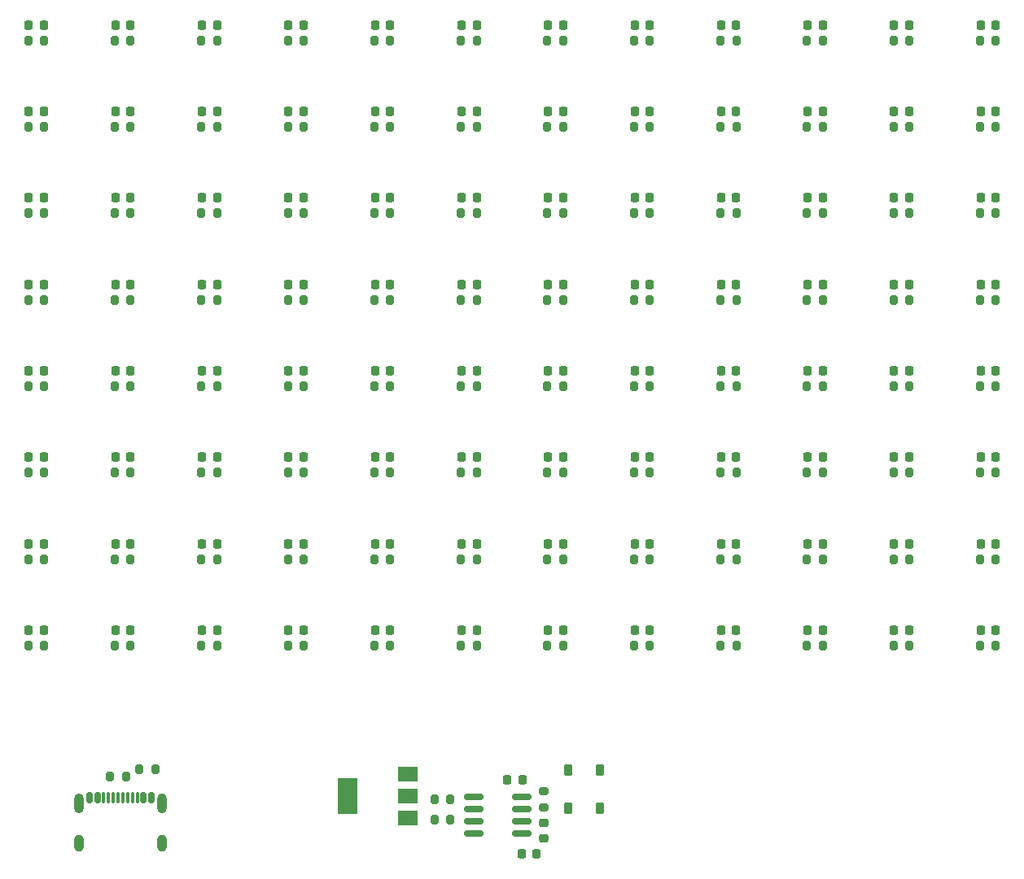
<source format=gbr>
%TF.GenerationSoftware,KiCad,Pcbnew,7.0.10*%
%TF.CreationDate,2024-06-08T13:21:25-05:00*%
%TF.ProjectId,viewer_rev2,76696577-6572-45f7-9265-76322e6b6963,rev?*%
%TF.SameCoordinates,PX62b48e0PY1ba8140*%
%TF.FileFunction,Paste,Top*%
%TF.FilePolarity,Positive*%
%FSLAX46Y46*%
G04 Gerber Fmt 4.6, Leading zero omitted, Abs format (unit mm)*
G04 Created by KiCad (PCBNEW 7.0.10) date 2024-06-08 13:21:25*
%MOMM*%
%LPD*%
G01*
G04 APERTURE LIST*
G04 Aperture macros list*
%AMRoundRect*
0 Rectangle with rounded corners*
0 $1 Rounding radius*
0 $2 $3 $4 $5 $6 $7 $8 $9 X,Y pos of 4 corners*
0 Add a 4 corners polygon primitive as box body*
4,1,4,$2,$3,$4,$5,$6,$7,$8,$9,$2,$3,0*
0 Add four circle primitives for the rounded corners*
1,1,$1+$1,$2,$3*
1,1,$1+$1,$4,$5*
1,1,$1+$1,$6,$7*
1,1,$1+$1,$8,$9*
0 Add four rect primitives between the rounded corners*
20,1,$1+$1,$2,$3,$4,$5,0*
20,1,$1+$1,$4,$5,$6,$7,0*
20,1,$1+$1,$6,$7,$8,$9,0*
20,1,$1+$1,$8,$9,$2,$3,0*%
G04 Aperture macros list end*
%ADD10RoundRect,0.200000X-0.200000X-0.275000X0.200000X-0.275000X0.200000X0.275000X-0.200000X0.275000X0*%
%ADD11RoundRect,0.218750X-0.218750X-0.256250X0.218750X-0.256250X0.218750X0.256250X-0.218750X0.256250X0*%
%ADD12RoundRect,0.200000X-0.275000X0.200000X-0.275000X-0.200000X0.275000X-0.200000X0.275000X0.200000X0*%
%ADD13RoundRect,0.225000X-0.225000X-0.250000X0.225000X-0.250000X0.225000X0.250000X-0.225000X0.250000X0*%
%ADD14RoundRect,0.225000X0.225000X0.250000X-0.225000X0.250000X-0.225000X-0.250000X0.225000X-0.250000X0*%
%ADD15RoundRect,0.225000X-0.225000X-0.375000X0.225000X-0.375000X0.225000X0.375000X-0.225000X0.375000X0*%
%ADD16R,2.000000X1.500000*%
%ADD17R,2.000000X3.800000*%
%ADD18RoundRect,0.200000X0.200000X0.275000X-0.200000X0.275000X-0.200000X-0.275000X0.200000X-0.275000X0*%
%ADD19RoundRect,0.225000X0.225000X0.375000X-0.225000X0.375000X-0.225000X-0.375000X0.225000X-0.375000X0*%
%ADD20RoundRect,0.150000X-0.150000X-0.425000X0.150000X-0.425000X0.150000X0.425000X-0.150000X0.425000X0*%
%ADD21RoundRect,0.075000X-0.075000X-0.500000X0.075000X-0.500000X0.075000X0.500000X-0.075000X0.500000X0*%
%ADD22O,1.000000X2.100000*%
%ADD23O,1.000000X1.800000*%
%ADD24RoundRect,0.150000X-0.825000X-0.150000X0.825000X-0.150000X0.825000X0.150000X-0.825000X0.150000X0*%
%ADD25RoundRect,0.225000X-0.250000X0.225000X-0.250000X-0.225000X0.250000X-0.225000X0.250000X0.225000X0*%
G04 APERTURE END LIST*
D10*
%TO.C,R18*%
X13650000Y-30840000D03*
X15300000Y-30840000D03*
%TD*%
D11*
%TO.C,D43*%
X49712500Y-47240000D03*
X51287500Y-47240000D03*
%TD*%
D12*
%TO.C,R3*%
X67250000Y-100040000D03*
X67250000Y-101690000D03*
%TD*%
D11*
%TO.C,D77*%
X31712500Y-74240000D03*
X33287500Y-74240000D03*
%TD*%
%TO.C,D76*%
X22712500Y-74240000D03*
X24287500Y-74240000D03*
%TD*%
D10*
%TO.C,R26*%
X85650000Y-30840000D03*
X87300000Y-30840000D03*
%TD*%
%TO.C,R59*%
X58650000Y-57840000D03*
X60300000Y-57840000D03*
%TD*%
%TO.C,R6*%
X13650000Y-21840000D03*
X15300000Y-21840000D03*
%TD*%
D11*
%TO.C,D61*%
X103712500Y-56240000D03*
X105287500Y-56240000D03*
%TD*%
D10*
%TO.C,R90*%
X13650000Y-84840000D03*
X15300000Y-84840000D03*
%TD*%
%TO.C,R70*%
X49650000Y-66840000D03*
X51300000Y-66840000D03*
%TD*%
D11*
%TO.C,D23*%
X85712500Y-29240000D03*
X87287500Y-29240000D03*
%TD*%
D10*
%TO.C,R63*%
X94650000Y-57840000D03*
X96300000Y-57840000D03*
%TD*%
D13*
%TO.C,C2*%
X64975000Y-106500000D03*
X66525000Y-106500000D03*
%TD*%
D10*
%TO.C,R5*%
X55925000Y-100900000D03*
X57575000Y-100900000D03*
%TD*%
%TO.C,R11*%
X58650000Y-21840000D03*
X60300000Y-21840000D03*
%TD*%
D11*
%TO.C,D70*%
X76712500Y-65240000D03*
X78287500Y-65240000D03*
%TD*%
D10*
%TO.C,R79*%
X22650000Y-75840000D03*
X24300000Y-75840000D03*
%TD*%
%TO.C,R80*%
X31650000Y-75840000D03*
X33300000Y-75840000D03*
%TD*%
%TO.C,R33*%
X40650000Y-39840000D03*
X42300000Y-39840000D03*
%TD*%
D11*
%TO.C,D17*%
X31712500Y-29240000D03*
X33287500Y-29240000D03*
%TD*%
%TO.C,D81*%
X67712500Y-74240000D03*
X69287500Y-74240000D03*
%TD*%
%TO.C,D6*%
X40712500Y-20240000D03*
X42287500Y-20240000D03*
%TD*%
D14*
%TO.C,C1*%
X65050000Y-98865000D03*
X63500000Y-98865000D03*
%TD*%
D15*
%TO.C,D2*%
X69850000Y-101750000D03*
X73150000Y-101750000D03*
%TD*%
D11*
%TO.C,D68*%
X58712500Y-65240000D03*
X60287500Y-65240000D03*
%TD*%
D10*
%TO.C,R19*%
X22650000Y-30840000D03*
X24300000Y-30840000D03*
%TD*%
D11*
%TO.C,D53*%
X31712500Y-56240000D03*
X33287500Y-56240000D03*
%TD*%
D10*
%TO.C,R34*%
X49650000Y-39840000D03*
X51300000Y-39840000D03*
%TD*%
%TO.C,R42*%
X13650000Y-48840000D03*
X15300000Y-48840000D03*
%TD*%
%TO.C,R1*%
X22175000Y-98500000D03*
X23825000Y-98500000D03*
%TD*%
D16*
%TO.C,Q1*%
X53150000Y-102800000D03*
X53150000Y-100500000D03*
D17*
X46850000Y-100500000D03*
D16*
X53150000Y-98200000D03*
%TD*%
D10*
%TO.C,R44*%
X31650000Y-48840000D03*
X33300000Y-48840000D03*
%TD*%
D11*
%TO.C,D27*%
X13712500Y-38240000D03*
X15287500Y-38240000D03*
%TD*%
D10*
%TO.C,R52*%
X103650000Y-48840000D03*
X105300000Y-48840000D03*
%TD*%
%TO.C,R32*%
X31650000Y-39840000D03*
X33300000Y-39840000D03*
%TD*%
%TO.C,R50*%
X85650000Y-48840000D03*
X87300000Y-48840000D03*
%TD*%
D11*
%TO.C,D64*%
X22712500Y-65240000D03*
X24287500Y-65240000D03*
%TD*%
%TO.C,D78*%
X40712500Y-74240000D03*
X42287500Y-74240000D03*
%TD*%
%TO.C,D34*%
X76712500Y-38240000D03*
X78287500Y-38240000D03*
%TD*%
D10*
%TO.C,R47*%
X58650000Y-48840000D03*
X60300000Y-48840000D03*
%TD*%
D11*
%TO.C,D9*%
X67712500Y-20240000D03*
X69287500Y-20240000D03*
%TD*%
D10*
%TO.C,R30*%
X13650000Y-39840000D03*
X15300000Y-39840000D03*
%TD*%
D11*
%TO.C,D75*%
X13712500Y-74240000D03*
X15287500Y-74240000D03*
%TD*%
%TO.C,D69*%
X67712500Y-65240000D03*
X69287500Y-65240000D03*
%TD*%
D10*
%TO.C,R40*%
X103650000Y-39840000D03*
X105300000Y-39840000D03*
%TD*%
%TO.C,R94*%
X49650000Y-84840000D03*
X51300000Y-84840000D03*
%TD*%
%TO.C,R97*%
X76650000Y-84840000D03*
X78300000Y-84840000D03*
%TD*%
%TO.C,R38*%
X85650000Y-39840000D03*
X87300000Y-39840000D03*
%TD*%
D11*
%TO.C,D67*%
X49712500Y-65240000D03*
X51287500Y-65240000D03*
%TD*%
D10*
%TO.C,R16*%
X103650000Y-21840000D03*
X105300000Y-21840000D03*
%TD*%
%TO.C,R89*%
X112650000Y-75840000D03*
X114300000Y-75840000D03*
%TD*%
D11*
%TO.C,D31*%
X49712500Y-38240000D03*
X51287500Y-38240000D03*
%TD*%
%TO.C,D28*%
X22712500Y-38240000D03*
X24287500Y-38240000D03*
%TD*%
D10*
%TO.C,R61*%
X76650000Y-57840000D03*
X78300000Y-57840000D03*
%TD*%
%TO.C,R66*%
X13650000Y-66840000D03*
X15300000Y-66840000D03*
%TD*%
D11*
%TO.C,D82*%
X76712500Y-74240000D03*
X78287500Y-74240000D03*
%TD*%
%TO.C,D54*%
X40712500Y-56240000D03*
X42287500Y-56240000D03*
%TD*%
%TO.C,D44*%
X58712500Y-47240000D03*
X60287500Y-47240000D03*
%TD*%
%TO.C,D66*%
X40712500Y-65240000D03*
X42287500Y-65240000D03*
%TD*%
D18*
%TO.C,R4*%
X57575000Y-103000000D03*
X55925000Y-103000000D03*
%TD*%
D10*
%TO.C,R81*%
X40650000Y-75840000D03*
X42300000Y-75840000D03*
%TD*%
%TO.C,R14*%
X85650000Y-21840000D03*
X87300000Y-21840000D03*
%TD*%
D11*
%TO.C,D4*%
X22712500Y-20240000D03*
X24287500Y-20240000D03*
%TD*%
D10*
%TO.C,R93*%
X40650000Y-84840000D03*
X42300000Y-84840000D03*
%TD*%
%TO.C,R78*%
X13650000Y-75840000D03*
X15300000Y-75840000D03*
%TD*%
D11*
%TO.C,D98*%
X112712500Y-83240000D03*
X114287500Y-83240000D03*
%TD*%
%TO.C,D24*%
X94712500Y-29240000D03*
X96287500Y-29240000D03*
%TD*%
D19*
%TO.C,D1*%
X73150000Y-97800000D03*
X69850000Y-97800000D03*
%TD*%
D10*
%TO.C,R100*%
X103650000Y-84840000D03*
X105300000Y-84840000D03*
%TD*%
D11*
%TO.C,D85*%
X103712500Y-74240000D03*
X105287500Y-74240000D03*
%TD*%
%TO.C,D20*%
X58712500Y-29240000D03*
X60287500Y-29240000D03*
%TD*%
%TO.C,D22*%
X76712500Y-29240000D03*
X78287500Y-29240000D03*
%TD*%
D10*
%TO.C,R95*%
X58650000Y-84840000D03*
X60300000Y-84840000D03*
%TD*%
D11*
%TO.C,D47*%
X85712500Y-47240000D03*
X87287500Y-47240000D03*
%TD*%
D10*
%TO.C,R27*%
X94650000Y-30840000D03*
X96300000Y-30840000D03*
%TD*%
%TO.C,R67*%
X22650000Y-66840000D03*
X24300000Y-66840000D03*
%TD*%
D11*
%TO.C,D62*%
X112712500Y-56240000D03*
X114287500Y-56240000D03*
%TD*%
%TO.C,D79*%
X49712500Y-74240000D03*
X51287500Y-74240000D03*
%TD*%
D10*
%TO.C,R71*%
X58650000Y-66840000D03*
X60300000Y-66840000D03*
%TD*%
%TO.C,R60*%
X67650000Y-57840000D03*
X69300000Y-57840000D03*
%TD*%
%TO.C,R77*%
X112650000Y-66840000D03*
X114300000Y-66840000D03*
%TD*%
D11*
%TO.C,D49*%
X103712500Y-47240000D03*
X105287500Y-47240000D03*
%TD*%
%TO.C,D3*%
X13712500Y-20240000D03*
X15287500Y-20240000D03*
%TD*%
D10*
%TO.C,R29*%
X112650000Y-30840000D03*
X114300000Y-30840000D03*
%TD*%
D11*
%TO.C,D90*%
X40712500Y-83240000D03*
X42287500Y-83240000D03*
%TD*%
D10*
%TO.C,R58*%
X49650000Y-57840000D03*
X51300000Y-57840000D03*
%TD*%
D11*
%TO.C,D57*%
X67712500Y-56240000D03*
X69287500Y-56240000D03*
%TD*%
D10*
%TO.C,R12*%
X67650000Y-21840000D03*
X69300000Y-21840000D03*
%TD*%
%TO.C,R46*%
X49650000Y-48840000D03*
X51300000Y-48840000D03*
%TD*%
%TO.C,R2*%
X25225000Y-97700000D03*
X26875000Y-97700000D03*
%TD*%
%TO.C,R55*%
X22650000Y-57840000D03*
X24300000Y-57840000D03*
%TD*%
%TO.C,R65*%
X112650000Y-57840000D03*
X114300000Y-57840000D03*
%TD*%
D11*
%TO.C,D72*%
X94712500Y-65240000D03*
X96287500Y-65240000D03*
%TD*%
%TO.C,D58*%
X76712500Y-56240000D03*
X78287500Y-56240000D03*
%TD*%
%TO.C,D80*%
X58712500Y-74240000D03*
X60287500Y-74240000D03*
%TD*%
D10*
%TO.C,R72*%
X67650000Y-66840000D03*
X69300000Y-66840000D03*
%TD*%
D11*
%TO.C,D26*%
X112712500Y-29240000D03*
X114287500Y-29240000D03*
%TD*%
D10*
%TO.C,R53*%
X112650000Y-48840000D03*
X114300000Y-48840000D03*
%TD*%
D11*
%TO.C,D89*%
X31712500Y-83240000D03*
X33287500Y-83240000D03*
%TD*%
D10*
%TO.C,R51*%
X94650000Y-48840000D03*
X96300000Y-48840000D03*
%TD*%
D11*
%TO.C,D52*%
X22712500Y-56240000D03*
X24287500Y-56240000D03*
%TD*%
D10*
%TO.C,R85*%
X76650000Y-75840000D03*
X78300000Y-75840000D03*
%TD*%
%TO.C,R43*%
X22650000Y-48840000D03*
X24300000Y-48840000D03*
%TD*%
%TO.C,R62*%
X85650000Y-57840000D03*
X87300000Y-57840000D03*
%TD*%
D11*
%TO.C,D30*%
X40712500Y-38240000D03*
X42287500Y-38240000D03*
%TD*%
D10*
%TO.C,R48*%
X67650000Y-48840000D03*
X69300000Y-48840000D03*
%TD*%
%TO.C,R84*%
X67650000Y-75840000D03*
X69300000Y-75840000D03*
%TD*%
%TO.C,R9*%
X40650000Y-21840000D03*
X42300000Y-21840000D03*
%TD*%
D11*
%TO.C,D73*%
X103712500Y-65240000D03*
X105287500Y-65240000D03*
%TD*%
D10*
%TO.C,R8*%
X31650000Y-21840000D03*
X33300000Y-21840000D03*
%TD*%
D11*
%TO.C,D32*%
X58712500Y-38240000D03*
X60287500Y-38240000D03*
%TD*%
D10*
%TO.C,R64*%
X103650000Y-57840000D03*
X105300000Y-57840000D03*
%TD*%
D11*
%TO.C,D95*%
X85712500Y-83240000D03*
X87287500Y-83240000D03*
%TD*%
%TO.C,D19*%
X49712500Y-29240000D03*
X51287500Y-29240000D03*
%TD*%
%TO.C,D55*%
X49712500Y-56240000D03*
X51287500Y-56240000D03*
%TD*%
%TO.C,D8*%
X58712500Y-20240000D03*
X60287500Y-20240000D03*
%TD*%
D10*
%TO.C,R13*%
X76650000Y-21840000D03*
X78300000Y-21840000D03*
%TD*%
D11*
%TO.C,D83*%
X85712500Y-74240000D03*
X87287500Y-74240000D03*
%TD*%
D10*
%TO.C,R74*%
X85650000Y-66840000D03*
X87300000Y-66840000D03*
%TD*%
%TO.C,R35*%
X58650000Y-39840000D03*
X60300000Y-39840000D03*
%TD*%
D11*
%TO.C,D11*%
X85712500Y-20240000D03*
X87287500Y-20240000D03*
%TD*%
D10*
%TO.C,R99*%
X94650000Y-84840000D03*
X96300000Y-84840000D03*
%TD*%
D11*
%TO.C,D15*%
X13712500Y-29240000D03*
X15287500Y-29240000D03*
%TD*%
%TO.C,D29*%
X31712500Y-38240000D03*
X33287500Y-38240000D03*
%TD*%
%TO.C,D74*%
X112712500Y-65240000D03*
X114287500Y-65240000D03*
%TD*%
%TO.C,D51*%
X13712500Y-56240000D03*
X15287500Y-56240000D03*
%TD*%
%TO.C,D38*%
X112712500Y-38240000D03*
X114287500Y-38240000D03*
%TD*%
D20*
%TO.C,J2*%
X20050000Y-100670000D03*
X20850000Y-100670000D03*
D21*
X22000000Y-100670000D03*
X23000000Y-100670000D03*
X23500000Y-100670000D03*
X24500000Y-100670000D03*
D20*
X25650000Y-100670000D03*
X26450000Y-100670000D03*
X26450000Y-100670000D03*
X25650000Y-100670000D03*
D21*
X25000000Y-100670000D03*
X24000000Y-100670000D03*
X22500000Y-100670000D03*
X21500000Y-100670000D03*
D20*
X20850000Y-100670000D03*
X20050000Y-100670000D03*
D22*
X18930000Y-101245000D03*
D23*
X18930000Y-105425000D03*
D22*
X27570000Y-101245000D03*
D23*
X27570000Y-105425000D03*
%TD*%
D10*
%TO.C,R22*%
X49650000Y-30840000D03*
X51300000Y-30840000D03*
%TD*%
%TO.C,R69*%
X40650000Y-66840000D03*
X42300000Y-66840000D03*
%TD*%
D11*
%TO.C,D45*%
X67712500Y-47240000D03*
X69287500Y-47240000D03*
%TD*%
%TO.C,D35*%
X85712500Y-38240000D03*
X87287500Y-38240000D03*
%TD*%
%TO.C,D12*%
X94712500Y-20240000D03*
X96287500Y-20240000D03*
%TD*%
D10*
%TO.C,R10*%
X49650000Y-21840000D03*
X51300000Y-21840000D03*
%TD*%
D11*
%TO.C,D40*%
X22712500Y-47240000D03*
X24287500Y-47240000D03*
%TD*%
D10*
%TO.C,R21*%
X40650000Y-30840000D03*
X42300000Y-30840000D03*
%TD*%
D11*
%TO.C,D10*%
X76712500Y-20240000D03*
X78287500Y-20240000D03*
%TD*%
D10*
%TO.C,R101*%
X112650000Y-84840000D03*
X114300000Y-84840000D03*
%TD*%
D11*
%TO.C,D13*%
X103712500Y-20240000D03*
X105287500Y-20240000D03*
%TD*%
D10*
%TO.C,R36*%
X67650000Y-39840000D03*
X69300000Y-39840000D03*
%TD*%
%TO.C,R75*%
X94650000Y-66840000D03*
X96300000Y-66840000D03*
%TD*%
D11*
%TO.C,D7*%
X49712500Y-20240000D03*
X51287500Y-20240000D03*
%TD*%
%TO.C,D92*%
X58712500Y-83240000D03*
X60287500Y-83240000D03*
%TD*%
D10*
%TO.C,R37*%
X76650000Y-39840000D03*
X78300000Y-39840000D03*
%TD*%
D11*
%TO.C,D91*%
X49712500Y-83240000D03*
X51287500Y-83240000D03*
%TD*%
D10*
%TO.C,R31*%
X22650000Y-39840000D03*
X24300000Y-39840000D03*
%TD*%
%TO.C,R57*%
X40650000Y-57840000D03*
X42300000Y-57840000D03*
%TD*%
D11*
%TO.C,D86*%
X112712500Y-74240000D03*
X114287500Y-74240000D03*
%TD*%
%TO.C,D48*%
X94712500Y-47240000D03*
X96287500Y-47240000D03*
%TD*%
D10*
%TO.C,R45*%
X40650000Y-48840000D03*
X42300000Y-48840000D03*
%TD*%
D11*
%TO.C,D94*%
X76712500Y-83240000D03*
X78287500Y-83240000D03*
%TD*%
%TO.C,D21*%
X67712500Y-29240000D03*
X69287500Y-29240000D03*
%TD*%
D24*
%TO.C,U1*%
X60025000Y-100595000D03*
X60025000Y-101865000D03*
X60025000Y-103135000D03*
X60025000Y-104405000D03*
X64975000Y-104405000D03*
X64975000Y-103135000D03*
X64975000Y-101865000D03*
X64975000Y-100595000D03*
%TD*%
D11*
%TO.C,D41*%
X31712500Y-47240000D03*
X33287500Y-47240000D03*
%TD*%
%TO.C,D33*%
X67712500Y-38240000D03*
X69287500Y-38240000D03*
%TD*%
D10*
%TO.C,R17*%
X112650000Y-21840000D03*
X114300000Y-21840000D03*
%TD*%
%TO.C,R88*%
X103650000Y-75840000D03*
X105300000Y-75840000D03*
%TD*%
D11*
%TO.C,D46*%
X76712500Y-47240000D03*
X78287500Y-47240000D03*
%TD*%
D10*
%TO.C,R92*%
X31650000Y-84840000D03*
X33300000Y-84840000D03*
%TD*%
D25*
%TO.C,C3*%
X67250000Y-103340000D03*
X67250000Y-104890000D03*
%TD*%
D11*
%TO.C,D56*%
X58712500Y-56240000D03*
X60287500Y-56240000D03*
%TD*%
D10*
%TO.C,R41*%
X112650000Y-39840000D03*
X114300000Y-39840000D03*
%TD*%
%TO.C,R96*%
X67650000Y-84840000D03*
X69300000Y-84840000D03*
%TD*%
%TO.C,R83*%
X58650000Y-75840000D03*
X60300000Y-75840000D03*
%TD*%
D11*
%TO.C,D60*%
X94712500Y-56240000D03*
X96287500Y-56240000D03*
%TD*%
%TO.C,D36*%
X94712500Y-38240000D03*
X96287500Y-38240000D03*
%TD*%
D10*
%TO.C,R39*%
X94650000Y-39840000D03*
X96300000Y-39840000D03*
%TD*%
D11*
%TO.C,D59*%
X85712500Y-56240000D03*
X87287500Y-56240000D03*
%TD*%
D10*
%TO.C,R73*%
X76650000Y-66840000D03*
X78300000Y-66840000D03*
%TD*%
%TO.C,R25*%
X76650000Y-30840000D03*
X78300000Y-30840000D03*
%TD*%
D11*
%TO.C,D5*%
X31712500Y-20240000D03*
X33287500Y-20240000D03*
%TD*%
%TO.C,D37*%
X103712500Y-38240000D03*
X105287500Y-38240000D03*
%TD*%
D10*
%TO.C,R76*%
X103650000Y-66840000D03*
X105300000Y-66840000D03*
%TD*%
%TO.C,R91*%
X22650000Y-84840000D03*
X24300000Y-84840000D03*
%TD*%
D11*
%TO.C,D42*%
X40712500Y-47240000D03*
X42287500Y-47240000D03*
%TD*%
%TO.C,D63*%
X13712500Y-65240000D03*
X15287500Y-65240000D03*
%TD*%
%TO.C,D65*%
X31712500Y-65240000D03*
X33287500Y-65240000D03*
%TD*%
%TO.C,D25*%
X103712500Y-29240000D03*
X105287500Y-29240000D03*
%TD*%
D10*
%TO.C,R82*%
X49650000Y-75840000D03*
X51300000Y-75840000D03*
%TD*%
%TO.C,R54*%
X13650000Y-57840000D03*
X15300000Y-57840000D03*
%TD*%
D11*
%TO.C,D97*%
X103712500Y-83240000D03*
X105287500Y-83240000D03*
%TD*%
D10*
%TO.C,R56*%
X31650000Y-57840000D03*
X33300000Y-57840000D03*
%TD*%
D11*
%TO.C,D16*%
X22712500Y-29240000D03*
X24287500Y-29240000D03*
%TD*%
%TO.C,D50*%
X112712500Y-47240000D03*
X114287500Y-47240000D03*
%TD*%
D10*
%TO.C,R15*%
X94650000Y-21840000D03*
X96300000Y-21840000D03*
%TD*%
D11*
%TO.C,D88*%
X22712500Y-83240000D03*
X24287500Y-83240000D03*
%TD*%
D10*
%TO.C,R23*%
X58650000Y-30840000D03*
X60300000Y-30840000D03*
%TD*%
%TO.C,R87*%
X94650000Y-75840000D03*
X96300000Y-75840000D03*
%TD*%
%TO.C,R24*%
X67650000Y-30840000D03*
X69300000Y-30840000D03*
%TD*%
%TO.C,R49*%
X76650000Y-48840000D03*
X78300000Y-48840000D03*
%TD*%
D11*
%TO.C,D87*%
X13712500Y-83240000D03*
X15287500Y-83240000D03*
%TD*%
D10*
%TO.C,R7*%
X22650000Y-21840000D03*
X24300000Y-21840000D03*
%TD*%
%TO.C,R98*%
X85650000Y-84840000D03*
X87300000Y-84840000D03*
%TD*%
D11*
%TO.C,D39*%
X13712500Y-47240000D03*
X15287500Y-47240000D03*
%TD*%
D10*
%TO.C,R68*%
X31650000Y-66840000D03*
X33300000Y-66840000D03*
%TD*%
D11*
%TO.C,D93*%
X67712500Y-83240000D03*
X69287500Y-83240000D03*
%TD*%
%TO.C,D71*%
X85712500Y-65240000D03*
X87287500Y-65240000D03*
%TD*%
%TO.C,D84*%
X94712500Y-74240000D03*
X96287500Y-74240000D03*
%TD*%
D10*
%TO.C,R28*%
X103650000Y-30840000D03*
X105300000Y-30840000D03*
%TD*%
D11*
%TO.C,D14*%
X112712500Y-20240000D03*
X114287500Y-20240000D03*
%TD*%
D10*
%TO.C,R86*%
X85650000Y-75840000D03*
X87300000Y-75840000D03*
%TD*%
D11*
%TO.C,D96*%
X94712500Y-83240000D03*
X96287500Y-83240000D03*
%TD*%
%TO.C,D18*%
X40712500Y-29240000D03*
X42287500Y-29240000D03*
%TD*%
D10*
%TO.C,R20*%
X31650000Y-30840000D03*
X33300000Y-30840000D03*
%TD*%
M02*

</source>
